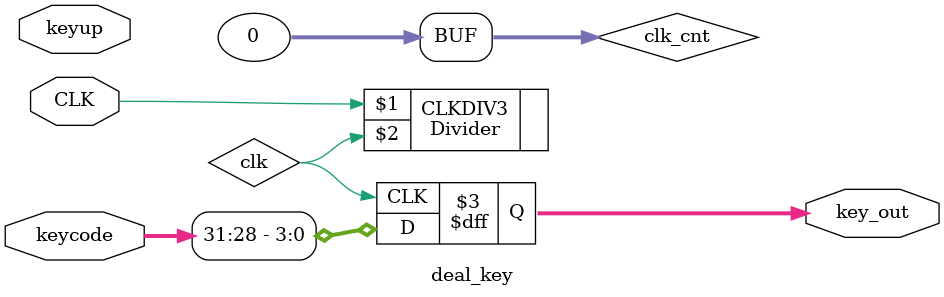
<source format=v>
`timescale 1ns / 1ps


module deal_key(
    input CLK,               //ÏµÍ³Ê±ÖÓ
    input [31:0] keycode,
    input  keyup,             //ÊÇ·ñ½ÓÊÜµ½ÓÐÐ§¼üÂë
    output reg [3:0]key_out
    );
    //¼ÆÊýÆ÷ºÍ²ÎÊý
    integer clk_cnt=0;
    wire clk;

Divider #(.N(100)) CLKDIV3(CLK,clk);        //1MHz

always @(posedge clk) 
begin
   // if(keyup)
   // begin
        key_out<=keycode[31:28];//3'b011;//HEX0;
       // clk_cnt=clk_cnt+1;
   // end
end

endmodule

</source>
